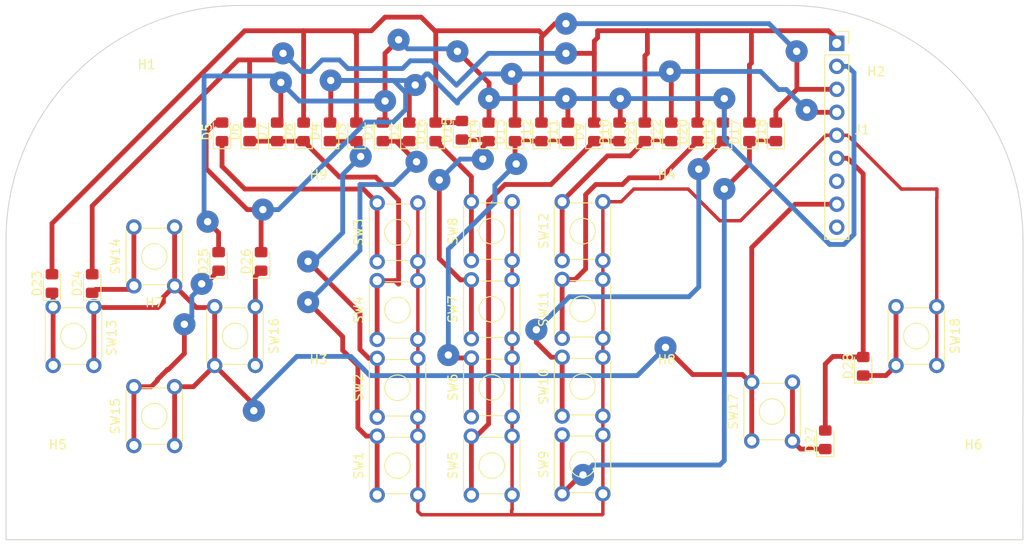
<source format=kicad_pcb>
(kicad_pcb (version 20240108) (generator "pcbnew") (generator_version "8.0")
  (layers (0 "F.Cu" signal) (31 "B.Cu" signal) (34 "B.Paste" user) (35 "F.Paste" user) (36 "B.SilkS" user "B.Silkscreen") (37 "F.SilkS" user "F.Silkscreen") (38 "B.Mask" user) (39 "F.Mask" user) (44 "Edge.Cuts" user))
  (net 0 "")
  (net 1 "/DIN_2")
  (net 2 "/DIN_4")
  (net 3 "/DIN_3")
  (net 4 "/DIN_1")
  (net 5 "Net-(D1-K)")
  (net 6 "Net-(D3-K)")
  (net 7 "Net-(D5-K)")
  (net 8 "/DIN_6")
  (net 9 "/DIN_5")
  (net 10 "Net-(D6-K)")
  (net 11 "Net-(D10-K)")
  (net 12 "Net-(D11-K)")
  (net 13 "Net-(D14-K)")
  (net 14 "Net-(D16-K)")
  (net 15 "Net-(D17-K)")
  (net 16 "Net-(D19-K)")
  (net 17 "Net-(D20-K)")
  (net 18 "Net-(D21-K)")
  (net 19 "Net-(D23-K)")
  (net 20 "Net-(D24-K)")
  (net 21 "Net-(D25-K)")
  (net 22 "Net-(D26-K)")
  (net 23 "Net-(D27-K)")
  (net 24 "Net-(D28-K)")
  (net 27 "/DIN_8")
  (footprint "Diode_SMD:D_0805_2012Metric_Pad1.15x1.40mm_HandSolder" (layer "F.Cu") (at 128.651 85.852 90)
    (property "Reference" "D1")
    (property "Value" "D_Small")
  )
  (footprint "Diode_SMD:D_0805_2012Metric_Pad1.15x1.40mm_HandSolder" (layer "F.Cu") (at 131.572 85.852 90)
    (property "Reference" "D2")
    (property "Value" "D_Small")
  )
  (footprint "Diode_SMD:D_0805_2012Metric_Pad1.15x1.40mm_HandSolder" (layer "F.Cu") (at 122.809 85.852 90)
    (property "Reference" "D4")
    (property "Value" "D_Small")
  )
  (footprint "Diode_SMD:D_0805_2012Metric_Pad1.15x1.40mm_HandSolder" (layer "F.Cu") (at 110.871 85.852 90)
    (property "Reference" "D5")
    (property "Value" "D_Small")
  )
  (footprint "Diode_SMD:D_0805_2012Metric_Pad1.15x1.40mm_HandSolder" (layer "F.Cu") (at 113.919 85.852 90)
    (property "Reference" "D6")
    (property "Value" "D_Small")
  )
  (footprint "Diode_SMD:D_0805_2012Metric_Pad1.15x1.40mm_HandSolder" (layer "F.Cu") (at 116.967 85.852 90)
    (property "Reference" "D7")
    (property "Value" "D_Small")
  )
  (footprint "Diode_SMD:D_0805_2012Metric_Pad1.15x1.40mm_HandSolder" (layer "F.Cu") (at 119.888 85.852 90)
    (property "Reference" "D8")
    (property "Value" "D_Small")
  )
  (footprint "Diode_SMD:D_0805_2012Metric_Pad1.15x1.40mm_HandSolder" (layer "F.Cu") (at 152.019 85.852 90)
    (property "Reference" "D9")
    (property "Value" "D_Small")
  )
  (footprint "Diode_SMD:D_0805_2012Metric_Pad1.15x1.40mm_HandSolder" (layer "F.Cu") (at 154.813 85.852 90)
    (property "Reference" "D10")
    (property "Value" "D_Small")
  )
  (footprint "Diode_SMD:D_0805_2012Metric_Pad1.15x1.40mm_HandSolder" (layer "F.Cu") (at 149.098 85.852 90)
    (property "Reference" "D11")
    (property "Value" "D_Small")
  )
  (footprint "Diode_SMD:D_0805_2012Metric_Pad1.15x1.40mm_HandSolder" (layer "F.Cu") (at 146.177 85.852 90)
    (property "Reference" "D12")
    (property "Value" "D_Small")
  )
  (footprint "Diode_SMD:D_0805_2012Metric_Pad1.15x1.40mm_HandSolder" (layer "F.Cu") (at 143.256 85.852 90)
    (property "Reference" "D13")
    (property "Value" "D_Small")
  )
  (footprint "Diode_SMD:D_0805_2012Metric_Pad1.15x1.40mm_HandSolder" (layer "F.Cu") (at 140.335 85.852 90)
    (property "Reference" "D14")
    (property "Value" "D_Small")
  )
  (footprint "Diode_SMD:D_0805_2012Metric_Pad1.15x1.40mm_HandSolder" (layer "F.Cu") (at 137.384 85.675 90)
    (property "Reference" "D15")
    (property "Value" "D_Small")
  )
  (footprint "Diode_SMD:D_0805_2012Metric_Pad1.15x1.40mm_HandSolder" (layer "F.Cu") (at 134.493 85.852 90)
    (property "Reference" "D16")
    (property "Value" "D_Small")
  )
  (footprint "Diode_SMD:D_0805_2012Metric_Pad1.15x1.40mm_HandSolder" (layer "F.Cu") (at 169.164 85.852 90)
    (property "Reference" "D17")
    (property "Value" "D_Small")
  )
  (footprint "Diode_SMD:D_0805_2012Metric_Pad1.15x1.40mm_HandSolder" (layer "F.Cu") (at 172.085 85.852 90)
    (property "Reference" "D18")
    (property "Value" "D_Small")
  )
  (footprint "Diode_SMD:D_0805_2012Metric_Pad1.15x1.40mm_HandSolder" (layer "F.Cu") (at 166.243 85.852 90)
    (property "Reference" "D19")
    (property "Value" "D_Small")
  )
  (footprint "Diode_SMD:D_0805_2012Metric_Pad1.15x1.40mm_HandSolder" (layer "F.Cu") (at 163.449 85.852 90)
    (property "Reference" "D20")
    (property "Value" "D_Small")
  )
  (footprint "Diode_SMD:D_0805_2012Metric_Pad1.15x1.40mm_HandSolder" (layer "F.Cu") (at 157.607 85.852 90)
    (property "Reference" "D21")
    (property "Value" "D_Small")
  )
  (footprint "Diode_SMD:D_0805_2012Metric_Pad1.15x1.40mm_HandSolder" (layer "F.Cu") (at 160.528 85.852 90)
    (property "Reference" "D22")
    (property "Value" "D_Small")
  )
  (footprint "Connector_PinSocket_2.54mm:PinSocket_1x09_P2.54mm_Vertical" (layer "F.Cu") (at 178.816 76.073)
    (property "Reference" "J1")
    (property "Value" "Conn_01x09")
  )
  (footprint "Button_Switch_THT:SW_TH_Tactile_Omron_B3F-10xx" (layer "F.Cu") (at 128.016 125.984 90)
    (property "Reference" "SW1")
    (property "Value" "SW_AST")
  )
  (footprint "Button_Switch_THT:SW_TH_Tactile_Omron_B3F-10xx" (layer "F.Cu") (at 128.016 117.390332 90)
    (property "Reference" "SW2")
    (property "Value" "SW_7")
  )
  (footprint "Button_Switch_THT:SW_TH_Tactile_Omron_B3F-10xx" (layer "F.Cu") (at 128.016 100.203 90)
    (property "Reference" "SW3")
    (property "Value" "SW_1")
  )
  (footprint "Button_Switch_THT:SW_TH_Tactile_Omron_B3F-10xx" (layer "F.Cu") (at 128.016 108.796666 90)
    (property "Reference" "SW4")
    (property "Value" "SW_4")
  )
  (footprint "Button_Switch_THT:SW_TH_Tactile_Omron_B3F-10xx" (layer "F.Cu") (at 138.43 125.984 90)
    (property "Reference" "SW5")
    (property "Value" "SW_0")
  )
  (footprint "Button_Switch_THT:SW_TH_Tactile_Omron_B3F-10xx" (layer "F.Cu") (at 138.43 117.348 90)
    (property "Reference" "SW6")
    (property "Value" "SW_8")
  )
  (footprint "Button_Switch_THT:SW_TH_Tactile_Omron_B3F-10xx" (layer "F.Cu") (at 138.43 108.712 90)
    (property "Reference" "SW7")
    (property "Value" "SW_5")
  )
  (footprint "Button_Switch_THT:SW_TH_Tactile_Omron_B3F-10xx" (layer "F.Cu") (at 138.43 100.076 90)
    (property "Reference" "SW8")
    (property "Value" "SW_2")
  )
  (footprint "Button_Switch_THT:SW_TH_Tactile_Omron_B3F-10xx" (layer "F.Cu") (at 148.463 125.857 90)
    (property "Reference" "SW9")
    (property "Value" "SW_POUND")
  )
  (footprint "Button_Switch_THT:SW_TH_Tactile_Omron_B3F-10xx" (layer "F.Cu") (at 148.463 117.263332 90)
    (property "Reference" "SW10")
    (property "Value" "SW_9")
  )
  (footprint "Button_Switch_THT:SW_TH_Tactile_Omron_B3F-10xx" (layer "F.Cu") (at 148.463 108.669666 90)
    (property "Reference" "SW11")
    (property "Value" "SW_6")
  )
  (footprint "Button_Switch_THT:SW_TH_Tactile_Omron_B3F-10xx" (layer "F.Cu") (at 148.463 100.076 90)
    (property "Reference" "SW12")
    (property "Value" "SW_3")
  )
  (footprint "Button_Switch_THT:SW_TH_Tactile_Omron_B3F-10xx" (layer "F.Cu") (at 92.202 111.672 90)
    (property "Reference" "SW13")
    (property "Value" "SW_LEFT")
  )
  (footprint "Button_Switch_THT:SW_TH_Tactile_Omron_B3F-10xx" (layer "F.Cu") (at 101.128 102.87 90)
    (property "Reference" "SW14")
    (property "Value" "SW_UP")
  )
  (footprint "Button_Switch_THT:SW_TH_Tactile_Omron_B3F-10xx" (layer "F.Cu") (at 101.128 120.523 90)
    (property "Reference" "SW15")
    (property "Value" "SW_DOWN")
  )
  (footprint "Button_Switch_THT:SW_TH_Tactile_Omron_B3F-10xx" (layer "F.Cu") (at 114.554 105.172 -90)
    (property "Reference" "SW16")
    (property "Value" "SW_RIGHT")
  )
  (footprint "Button_Switch_THT:SW_TH_Tactile_Omron_B3F-10xx" (layer "F.Cu") (at 169.418 120.015 90)
    (property "Reference" "SW17")
    (property "Value" "SW_ARM")
  )
  (footprint "Button_Switch_THT:SW_TH_Tactile_Omron_B3F-10xx" (layer "F.Cu") (at 189.865 105.172 -90)
    (property "Reference" "SW18")
    (property "Value" "SW_FIRE")
  )
  (footprint "Diode_SMD:D_0805_2012Metric_Pad1.15x1.40mm_HandSolder" (layer "F.Cu") (at 92.075 102.616 90)
    (property "Reference" "D23")
    (property "Value" "D_Small")
  )
  (footprint "Diode_SMD:D_0805_2012Metric_Pad1.15x1.40mm_HandSolder" (layer "F.Cu") (at 96.52 102.616 90)
    (property "Reference" "D24")
    (property "Value" "D_Small")
  )
  (footprint "Diode_SMD:D_0805_2012Metric_Pad1.15x1.40mm_HandSolder" (layer "F.Cu") (at 110.49 100.175 90)
    (property "Reference" "D25")
    (property "Value" "D_Small")
  )
  (footprint "Diode_SMD:D_0805_2012Metric_Pad1.15x1.40mm_HandSolder" (layer "F.Cu") (at 115.189 100.175 90)
    (property "Reference" "D26")
    (property "Value" "D_Small")
  )
  (footprint "Diode_SMD:D_0805_2012Metric_Pad1.15x1.40mm_HandSolder" (layer "F.Cu") (at 177.546 119.888 90)
    (property "Reference" "D27")
    (property "Value" "D_Small")
  )
  (footprint "Diode_SMD:D_0805_2012Metric_Pad1.15x1.40mm_HandSolder" (layer "F.Cu") (at 181.737 111.76 90)
    (property "Reference" "D28")
    (property "Value" "D_Small")
  )
  (footprint "MountingHole:MountingHole_2.7mm_M2.5" (layer "F.Cu") (at 103.378 108.422)
    (property "Reference" "H7")
    (property "Value" "MountingHole")
  )
  (footprint "MountingHole:MountingHole_4.3mm_M4" (layer "F.Cu") (at 97.79 82.677)
    (property "Reference" "H1")
    (property "Value" "MountingHole")
  )
  (footprint "MountingHole:MountingHole_4.3mm_M4" (layer "F.Cu") (at 187.833 82.677)
    (property "Reference" "H2")
    (property "Value" "MountingHole")
  )
  (footprint "MountingHole:MountingHole_4.3mm_M4" (layer "F.Cu") (at 121.539 116.332)
    (property "Reference" "H3")
    (property "Value" "MountingHole")
  )
  (footprint "MountingHole:MountingHole_4.3mm_M4" (layer "F.Cu") (at 160.02 95.885)
    (property "Reference" "H4")
    (property "Value" "MountingHole")
  )
  (footprint "MountingHole:MountingHole_4.3mm_M4" (layer "F.Cu") (at 92.71 125.73)
    (property "Reference" "H5")
    (property "Value" "MountingHole")
  )
  (footprint "MountingHole:MountingHole_4.3mm_M4" (layer "F.Cu") (at 193.929 125.73)
    (property "Reference" "H6")
    (property "Value" "MountingHole")
  )
  (footprint "MountingHole:MountingHole_4.3mm_M4" (layer "F.Cu") (at 160.02 116.332)
    (property "Reference" "H8")
    (property "Value" "MountingHole")
  )
  (footprint "MountingHole:MountingHole_4.3mm_M4" (layer "F.Cu") (at 121.539 95.885)
    (property "Reference" "H9")
    (property "Value" "MountingHole")
  )
  (footprint "Diode_SMD:D_0805_2012Metric_Pad1.15x1.40mm_HandSolder" (layer "F.Cu") (at 125.73 85.852 90)
    (property "Reference" "D3")
    (property "Value" "D_Small")
  )
  (gr_arc (start 173.609 71.882) (mid 191.804287 79.468793) (end 199.393626 97.663018) (stroke (width 0.1016)) (layer "Edge.Cuts"))
  (gr_line (start 86.995 130.937) (end 86.994982 97.666626) (stroke (width 0.1016)) (layer "Edge.Cuts"))
  (gr_line (start 199.393626 97.663018) (end 199.39 130.937) (stroke (width 0.1016)) (layer "Edge.Cuts"))
  (gr_line (start 112.776 71.882) (end 173.609 71.882) (stroke (width 0.1016)) (layer "Edge.Cuts"))
  (gr_line (start 199.39 130.937) (end 86.995 130.937) (stroke (width 0.1016)) (layer "Edge.Cuts"))
  (gr_arc (start 86.994982 97.666626) (mid 94.581775 79.471339) (end 112.776 71.882) (stroke (width 0.1016)) (layer "Edge.Cuts"))
  (segment (start 166.384 82.175) (end 166.384 84.686) (width 0.5334) (layer "F.Cu") (net 1))
  (segment (start 110.49 99.15) (end 110.49 96.995932) (width 0.5334) (layer "F.Cu") (net 1))
  (segment (start 149.098 82.389) (end 148.884 82.175) (width 0.5334) (layer "F.Cu") (net 1))
  (segment (start 128.884 84.594) (end 128.651 84.827) (width 0.5334) (layer "F.Cu") (net 1))
  (segment (start 140.384 82.175) (end 140.384 84.778) (width 0.5334) (layer "F.Cu") (net 1))
  (segment (start 149.098 84.827) (end 149.098 82.389) (width 0.5334) (layer "F.Cu") (net 1))
  (segment (start 136.884 76.9523) (end 140.384 80.4523) (width 0.5334) (layer "F.Cu") (net 1))
  (segment (start 128.884 77.175) (end 130.384 75.675) (width 0.5334) (layer "F.Cu") (net 1))
  (segment (start 117.367366 84.426634) (end 116.967 84.827) (width 0.5334) (layer "F.Cu") (net 1))
  (segment (start 140.384 80.4523) (end 140.384 82.175) (width 0.5334) (layer "F.Cu") (net 1))
  (segment (start 117.367366 80.391306) (end 117.367366 84.426634) (width 0.5334) (layer "F.Cu") (net 1))
  (segment (start 110.49 96.995932) (end 109.276534 95.782466) (width 0.5334) (layer "F.Cu") (net 1))
  (segment (start 154.884 84.756) (end 154.813 84.827) (width 0.5334) (layer "F.Cu") (net 1))
  (segment (start 166.384 84.686) (end 166.243 84.827) (width 0.5334) (layer "F.Cu") (net 1))
  (segment (start 140.384 84.778) (end 140.335 84.827) (width 0.5334) (layer "F.Cu") (net 1))
  (segment (start 154.884 82.175) (end 154.884 84.756) (width 0.5334) (layer "F.Cu") (net 1))
  (segment (start 128.884 82.4483) (end 128.884 77.175) (width 0.5334) (layer "F.Cu") (net 1))
  (segment (start 128.884 82.4483) (end 128.884 84.594) (width 0.5334) (layer "F.Cu") (net 1))
  (via (at 166.384 82.175) (size 2.4384) (drill 0.8128) (layers "F.Cu" "B.Cu") (net 1))
  (via (at 117.367366 80.391306) (size 2.4384) (drill 0.8128) (layers "F.Cu" "B.Cu") (net 1))
  (via (at 136.884 76.9523) (size 2.4384) (drill 0.8128) (layers "F.Cu" "B.Cu") (net 1))
  (via (at 140.384 82.175) (size 2.4384) (drill 0.8128) (layers "F.Cu" "B.Cu") (net 1))
  (via (at 148.884 82.175) (size 2.4384) (drill 0.8128) (layers "F.Cu" "B.Cu") (net 1))
  (via (at 109.276534 95.782466) (size 2.4384) (drill 0.8128) (layers "F.Cu" "B.Cu") (net 1))
  (via (at 154.884 82.175) (size 2.4384) (drill 0.8128) (layers "F.Cu" "B.Cu") (net 1))
  (via (at 130.384 75.675) (size 2.4384) (drill 0.8128) (layers "F.Cu" "B.Cu") (net 1))
  (via (at 128.884 82.4483) (size 2.4384) (drill 0.8128) (layers "F.Cu" "B.Cu") (net 1))
  (segment (start 131.384 76.675) (end 136.6067 76.675) (width 0.5334) (layer "B.Cu") (net 1))
  (segment (start 179.604705 98.2971) (end 178.027295 98.2971) (width 0.5334) (layer "B.Cu") (net 1))
  (segment (start 140.384 82.175) (end 148.884 82.175) (width 0.5334) (layer "B.Cu") (net 1))
  (segment (start 109.276534 95.782466) (end 108.884 95.389932) (width 0.5334) (layer "B.Cu") (net 1))
  (segment (start 178.027295 98.2971) (end 166.384 86.653805) (width 0.5334) (layer "B.Cu") (net 1))
  (segment (start 119.42436 82.4483) (end 128.884 82.4483) (width 0.5334) (layer "B.Cu") (net 1))
  (segment (start 108.884 95.389932) (end 108.884 79.675) (width 0.5334) (layer "B.Cu") (net 1))
  (segment (start 166.384 82.175) (end 154.884 82.175) (width 0.5334) (layer "B.Cu") (net 1))
  (segment (start 130.384 75.675) (end 131.384 76.675) (width 0.5334) (layer "B.Cu") (net 1))
  (segment (start 148.884 82.175) (end 154.884 82.175) (width 0.5334) (layer "B.Cu") (net 1))
  (segment (start 117.367366 80.391306) (end 119.42436 82.4483) (width 0.5334) (layer "B.Cu") (net 1))
  (segment (start 178.816 78.613) (end 180.018081 78.613) (width 0.5334) (layer "B.Cu") (net 1))
  (segment (start 180.7201 79.315019) (end 180.7201 97.181705) (width 0.5334) (layer "B.Cu") (net 1))
  (segment (start 180.7201 97.181705) (end 179.604705 98.2971) (width 0.5334) (layer "B.Cu") (net 1))
  (segment (start 108.884 79.675) (end 116.65106 79.675) (width 0.5334) (layer "B.Cu") (net 1))
  (segment (start 180.018081 78.613) (end 180.7201 79.315019) (width 0.5334) (layer "B.Cu") (net 1))
  (segment (start 116.65106 79.675) (end 117.367366 80.391306) (width 0.5334) (layer "B.Cu") (net 1))
  (segment (start 166.384 86.653805) (end 166.384 82.175) (width 0.5334) (layer "B.Cu") (net 1))
  (segment (start 136.6067 76.675) (end 136.884 76.9523) (width 0.5334) (layer "B.Cu") (net 1))
  (segment (start 160.528 79.319) (end 160.384 79.175) (width 0.5334) (layer "F.Cu") (net 2))
  (segment (start 110.171 84.827) (end 110.871 84.827) (width 0.5334) (layer "F.Cu") (net 2))
  (segment (start 109.1169 89.9079) (end 109.1169 85.8811) (width 0.5334) (layer "F.Cu") (net 2))
  (segment (start 115.384 94.4483) (end 113.6573 94.4483) (width 0.5334) (layer "F.Cu") (net 2))
  (segment (start 131.572 81.3227) (end 131.572 84.827) (width 0.5334) (layer "F.Cu") (net 2))
  (segment (start 143.256 84.827) (end 143.256 79.8203) (width 0.5334) (layer "F.Cu") (net 2))
  (segment (start 122.884 80.175) (end 122.884 84.752) (width 0.5334) (layer "F.Cu") (net 2))
  (segment (start 143.256 79.8203) (end 142.884 79.4483) (width 0.5334) (layer "F.Cu") (net 2))
  (segment (start 175.758166 83.693) (end 175.491466 83.4263) (width 0.5334) (layer "F.Cu") (net 2))
  (segment (start 160.528 84.827) (end 160.528 79.319) (width 0.5334) (layer "F.Cu") (net 2))
  (segment (start 115.189 99.15) (end 115.189 94.6433) (width 0.5334) (layer "F.Cu") (net 2))
  (segment (start 113.6573 94.4483) (end 109.1169 89.9079) (width 0.5334) (layer "F.Cu") (net 2))
  (segment (start 115.189 94.6433) (end 115.384 94.4483) (width 0.5334) (layer "F.Cu") (net 2))
  (segment (start 178.816 83.693) (end 175.758166 83.693) (width 0.5334) (layer "F.Cu") (net 2))
  (segment (start 132.2197 80.675) (end 131.572 81.3227) (width 0.5334) (layer "F.Cu") (net 2))
  (segment (start 109.1169 85.8811) (end 110.171 84.827) (width 0.5334) (layer "F.Cu") (net 2))
  (segment (start 122.884 84.752) (end 122.809 84.827) (width 0.5334) (layer "F.Cu") (net 2))
  (via (at 132.2197 80.675) (size 2.4384) (drill 0.8128) (layers "F.Cu" "B.Cu") (net 2))
  (via (at 175.491466 83.4263) (size 2.4384) (drill 0.8128) (layers "F.Cu" "B.Cu") (net 2))
  (via (at 122.884 80.175) (size 2.4384) (drill 0.8128) (layers "F.Cu" "B.Cu") (net 2))
  (via (at 142.884 79.4483) (size 2.4384) (drill 0.8128) (layers "F.Cu" "B.Cu") (net 2))
  (via (at 160.384 79.175) (size 2.4384) (drill 0.8128) (layers "F.Cu" "B.Cu") (net 2))
  (via (at 115.384 94.4483) (size 2.4384) (drill 0.8128) (layers "F.Cu" "B.Cu") (net 2))
  (segment (start 131.1573 83.389932) (end 131.1573 81.506668) (width 0.5334) (layer "B.Cu") (net 2))
  (segment (start 136.884 82.675) (end 133.6573 79.4483) (width 0.5334) (layer "B.Cu") (net 2))
  (segment (start 131.1573 81.506668) (end 129.825632 80.175) (width 0.5334) (layer "B.Cu") (net 2))
  (segment (start 133.4464 79.4483) (end 132.2197 80.675) (width 0.5334) (layer "B.Cu") (net 2))
  (segment (start 133.6573 79.4483) (end 133.4464 79.4483) (width 0.5334) (layer "B.Cu") (net 2))
  (segment (start 160.384 79.175) (end 160.1107 79.4483) (width 0.5334) (layer "B.Cu") (net 2))
  (segment (start 115.384 94.4483) (end 117.1107 94.4483) (width 0.5334) (layer "B.Cu") (net 2))
  (segment (start 136.884 82.460068) (end 139.895768 79.4483) (width 0.5334) (layer "B.Cu") (net 2))
  (segment (start 139.895768 79.4483) (end 142.884 79.4483) (width 0.5334) (layer "B.Cu") (net 2))
  (segment (start 129.778132 84.7691) (end 131.1573 83.389932) (width 0.5334) (layer "B.Cu") (net 2))
  (segment (start 172.384 81.175) (end 170.384 79.175) (width 0.5334) (layer "B.Cu") (net 2))
  (segment (start 175.491466 83.4263) (end 173.240166 81.175) (width 0.5334) (layer "B.Cu") (net 2))
  (segment (start 132.2197 80.675) (end 131.7197 80.175) (width 0.5334) (layer "B.Cu") (net 2))
  (segment (start 129.825632 80.175) (end 122.884 80.175) (width 0.5334) (layer "B.Cu") (net 2))
  (segment (start 131.7197 80.175) (end 122.884 80.175) (width 0.5334) (layer "B.Cu") (net 2))
  (segment (start 117.1107 94.4483) (end 126.7899 84.7691) (width 0.5334) (layer "B.Cu") (net 2))
  (segment (start 160.1107 79.4483) (end 142.884 79.4483) (width 0.5334) (layer "B.Cu") (net 2))
  (segment (start 136.884 82.675) (end 136.884 82.460068) (width 0.5334) (layer "B.Cu") (net 2))
  (segment (start 170.384 79.175) (end 160.384 79.175) (width 0.5334) (layer "B.Cu") (net 2))
  (segment (start 173.240166 81.175) (end 172.384 81.175) (width 0.5334) (layer "B.Cu") (net 2))
  (segment (start 126.7899 84.7691) (end 129.778132 84.7691) (width 0.5334) (layer "B.Cu") (net 2))
  (segment (start 125.73 84.827) (end 125.73 75.025) (width 0.5334) (layer "F.Cu") (net 3))
  (segment (start 113.38 74.679) (end 119.888 74.679) (width 0.5334) (layer "F.Cu") (net 3))
  (segment (start 119.888 74.679) (end 119.888 84.827) (width 0.5334) (layer "F.Cu") (net 3))
  (segment (start 174.406 76.9703) (end 174.384 76.9483) (width 0.5334) (layer "F.Cu") (net 3))
  (segment (start 127.38 74.679) (end 128.884 73.175) (width 0.5334) (layer "F.Cu") (net 3))
  (segment (start 172.085 83.474) (end 172.085 84.827) (width 0.5334) (layer "F.Cu") (net 3))
  (segment (start 134.493 74.788) (end 134.384 74.679) (width 0.5334) (layer "F.Cu") (net 3))
  (segment (start 178.816 81.153) (end 174.406 81.153) (width 0.5334) (layer "F.Cu") (net 3))
  (segment (start 137.207 84.827) (end 137.384 84.65) (width 0.5334) (layer "F.Cu") (net 3))
  (segment (start 134.493 84.827) (end 134.493 74.788) (width 0.5334) (layer "F.Cu") (net 3))
  (segment (start 147.66405 73.89495) (end 146.384 75.175) (width 0.5334) (layer "F.Cu") (net 3))
  (segment (start 174.406 81.153) (end 174.406 76.9703) (width 0.5334) (layer "F.Cu") (net 3))
  (segment (start 128.884 73.175) (end 132.88 73.175) (width 0.5334) (layer "F.Cu") (net 3))
  (segment (start 119.888 74.679) (end 125.384 74.679) (width 0.5334) (layer "F.Cu") (net 3))
  (segment (start 92.075 95.984) (end 113.38 74.679) (width 0.5334) (layer "F.Cu") (net 3))
  (segment (start 125.73 75.025) (end 125.384 74.679) (width 0.5334) (layer "F.Cu") (net 3))
  (segment (start 146.177 75.382) (end 146.177 84.827) (width 0.5334) (layer "F.Cu") (net 3))
  (segment (start 148.884 73.89495) (end 147.66405 73.89495) (width 0.5334) (layer "F.Cu") (net 3))
  (segment (start 146.384 75.175) (end 146.177 75.382) (width 0.5334) (layer "F.Cu") (net 3))
  (segment (start 134.493 84.827) (end 137.207 84.827) (width 0.5334) (layer "F.Cu") (net 3))
  (segment (start 92.075 101.591) (end 92.075 95.984) (width 0.5334) (layer "F.Cu") (net 3))
  (segment (start 125.384 74.679) (end 127.38 74.679) (width 0.5334) (layer "F.Cu") (net 3))
  (segment (start 174.406 81.153) (end 172.085 83.474) (width 0.5334) (layer "F.Cu") (net 3))
  (segment (start 134.384 74.679) (end 145.888 74.679) (width 0.5334) (layer "F.Cu") (net 3))
  (segment (start 145.888 74.679) (end 146.384 75.175) (width 0.5334) (layer "F.Cu") (net 3))
  (segment (start 132.88 73.175) (end 134.493 74.788) (width 0.5334) (layer "F.Cu") (net 3))
  (via (at 174.384 76.9483) (size 2.4384) (drill 0.8128) (layers "F.Cu" "B.Cu") (net 3))
  (via (at 148.884 73.89495) (size 2.4384) (drill 0.8128) (layers "F.Cu" "B.Cu") (net 3))
  (segment (start 171.33065 73.89495) (end 148.884 73.89495) (width 0.5334) (layer "B.Cu") (net 3))
  (segment (start 174.384 76.9483) (end 171.33065 73.89495) (width 0.5334) (layer "B.Cu") (net 3))
  (segment (start 157.607 77.452) (end 157.607 84.827) (width 0.5334) (layer "F.Cu") (net 4))
  (segment (start 169.384 74.675) (end 163.384 74.675) (width 0.5334) (layer "F.Cu") (net 4))
  (segment (start 169.384 78.235) (end 169.164 78.455) (width 0.5334) (layer "F.Cu") (net 4))
  (segment (start 152.384 75.445) (end 152.019 75.81) (width 0.5334) (layer "F.Cu") (net 4))
  (segment (start 163.384 74.675) (end 157.884 74.675) (width 0.5334) (layer "F.Cu") (net 4))
  (segment (start 157.884 74.675) (end 157.884 77.175) (width 0.5334) (layer "F.Cu") (net 4))
  (segment (start 148.884 77.175) (end 152.019 77.175) (width 0.5334) (layer "F.Cu") (net 4))
  (segment (start 163.449 74.74) (end 163.384 74.675) (width 0.5334) (layer "F.Cu") (net 4))
  (segment (start 116.888 77.9017) (end 113.884 77.9017) (width 0.5334) (layer "F.Cu") (net 4))
  (segment (start 152.384 74.675) (end 152.384 75.445) (width 0.5334) (layer "F.Cu") (net 4))
  (segment (start 178.816 75.607) (end 177.884 74.675) (width 0.5334) (layer "F.Cu") (net 4))
  (segment (start 96.52 94.039) (end 96.52 101.591) (width 0.5334) (layer "F.Cu") (net 4))
  (segment (start 169.164 78.455) (end 169.164 84.827) (width 0.5334) (layer "F.Cu") (net 4))
  (segment (start 113.884 77.9017) (end 112.6573 77.9017) (width 0.5334) (layer "F.Cu") (net 4))
  (segment (start 169.384 74.675) (end 169.384 78.235) (width 0.5334) (layer "F.Cu") (net 4))
  (segment (start 178.816 76.073) (end 178.816 75.607) (width 0.5334) (layer "F.Cu") (net 4))
  (segment (start 113.919 84.827) (end 113.919 77.9367) (width 0.5334) (layer "F.Cu") (net 4))
  (segment (start 112.6573 77.9017) (end 96.52 94.039) (width 0.5334) (layer "F.Cu") (net 4))
  (segment (start 113.919 77.9367) (end 113.884 77.9017) (width 0.5334) (layer "F.Cu") (net 4))
  (segment (start 152.019 77.175) (end 152.019 84.827) (width 0.5334) (layer "F.Cu") (net 4))
  (segment (start 157.884 74.675) (end 152.384 74.675) (width 0.5334) (layer "F.Cu") (net 4))
  (segment (start 177.884 74.675) (end 169.384 74.675) (width 0.5334) (layer "F.Cu") (net 4))
  (segment (start 163.449 84.827) (end 163.449 74.74) (width 0.5334) (layer "F.Cu") (net 4))
  (segment (start 157.884 77.175) (end 157.607 77.452) (width 0.5334) (layer "F.Cu") (net 4))
  (segment (start 152.019 75.81) (end 152.019 77.175) (width 0.5334) (layer "F.Cu") (net 4))
  (segment (start 117.6147 77.175) (end 116.888 77.9017) (width 0.5334) (layer "F.Cu") (net 4))
  (via (at 117.6147 77.175) (size 2.4384) (drill 0.8128) (layers "F.Cu" "B.Cu") (net 4))
  (via (at 148.884 77.175) (size 2.4384) (drill 0.8128) (layers "F.Cu" "B.Cu") (net 4))
  (segment (start 130.825568 78.8542) (end 131.683968 77.9958) (width 0.5334) (layer "B.Cu") (net 4))
  (segment (start 117.6147 77.175) (end 119.6147 79.175) (width 0.5334) (layer "B.Cu") (net 4))
  (segment (start 119.6147 79.175) (end 120.669068 79.175) (width 0.5334) (layer "B.Cu") (net 4))
  (segment (start 131.683968 77.9958) (end 134.072694 77.9958) (width 0.5334) (layer "B.Cu") (net 4))
  (segment (start 140.301174 77.175) (end 148.884 77.175) (width 0.5334) (layer "B.Cu") (net 4))
  (segment (start 136.776534 80.69964) (end 140.301174 77.175) (width 0.5334) (layer "B.Cu") (net 4))
  (segment (start 120.669068 79.175) (end 121.942368 77.9017) (width 0.5334) (layer "B.Cu") (net 4))
  (segment (start 123.825632 77.9017) (end 124.778132 78.8542) (width 0.5334) (layer "B.Cu") (net 4))
  (segment (start 124.778132 78.8542) (end 130.825568 78.8542) (width 0.5334) (layer "B.Cu") (net 4))
  (segment (start 134.072694 77.9958) (end 136.776534 80.69964) (width 0.5334) (layer "B.Cu") (net 4))
  (segment (start 121.942368 77.9017) (end 123.825632 77.9017) (width 0.5334) (layer "B.Cu") (net 4))
  (segment (start 126.813919 119.484) (end 125.884 118.554081) (width 0.5334) (layer "F.Cu") (net 5))
  (segment (start 125.884 111.675) (end 124.2057 109.9967) (width 0.5334) (layer "F.Cu") (net 5))
  (segment (start 132.365072 89.159857) (end 130.082215 86.877) (width 0.5334) (layer "F.Cu") (net 5))
  (segment (start 128.016 125.984) (end 128.016 119.484) (width 0.5334) (layer "F.Cu") (net 5))
  (segment (start 131.572 86.877) (end 128.651 86.877) (width 0.5334) (layer "F.Cu") (net 5))
  (segment (start 125.884 118.554081) (end 125.884 111.675) (width 0.5334) (layer "F.Cu") (net 5))
  (segment (start 130.082215 86.877) (end 128.651 86.877) (width 0.5334) (layer "F.Cu") (net 5))
  (segment (start 124.2057 109.9967) (end 124.2057 108.4967) (width 0.5334) (layer "F.Cu") (net 5))
  (segment (start 128.016 119.484) (end 126.813919 119.484) (width 0.5334) (layer "F.Cu") (net 5))
  (segment (start 124.2057 108.4967) (end 120.384 104.675) (width 0.5334) (layer "F.Cu") (net 5))
  (via (at 132.365072 89.159857) (size 2.4384) (drill 0.8128) (layers "F.Cu" "B.Cu") (net 5))
  (via (at 120.384 104.675) (size 2.4384) (drill 0.8128) (layers "F.Cu" "B.Cu") (net 5))
  (segment (start 126.1119 98.9471) (end 120.384 104.675) (width 0.5334) (layer "B.Cu") (net 5))
  (segment (start 132.365072 89.159857) (end 129.849929 91.675) (width 0.5334) (layer "B.Cu") (net 5))
  (segment (start 126.1119 91.675) (end 126.1119 98.9471) (width 0.5334) (layer "B.Cu") (net 5))
  (segment (start 129.849929 91.675) (end 126.1119 91.675) (width 0.5334) (layer "B.Cu") (net 5))
  (segment (start 122.809 86.877) (end 125.73 86.877) (width 0.5334) (layer "F.Cu") (net 6))
  (segment (start 126.1119 105.9029) (end 126.1119 109.9029) (width 0.5334) (layer "F.Cu") (net 6))
  (segment (start 120.384 100.175) (end 126.1119 105.9029) (width 0.5334) (layer "F.Cu") (net 6))
  (segment (start 128.016 117.390332) (end 128.016 110.890332) (width 0.5334) (layer "F.Cu") (net 6))
  (segment (start 125.73 88.11787) (end 126.193031 88.580901) (width 0.5334) (layer "F.Cu") (net 6))
  (segment (start 125.73 86.877) (end 125.73 88.11787) (width 0.5334) (layer "F.Cu") (net 6))
  (segment (start 126.1119 109.9029) (end 127.099332 110.890332) (width 0.5334) (layer "F.Cu") (net 6))
  (segment (start 127.099332 110.890332) (end 128.016 110.890332) (width 0.5334) (layer "F.Cu") (net 6))
  (via (at 126.193031 88.580901) (size 2.4384) (drill 0.8128) (layers "F.Cu" "B.Cu") (net 6))
  (via (at 120.384 100.175) (size 2.4384) (drill 0.8128) (layers "F.Cu" "B.Cu") (net 6))
  (segment (start 124.2057 96.989583) (end 121.020283 100.175) (width 0.5334) (layer "B.Cu") (net 6))
  (segment (start 124.2057 90.568232) (end 124.2057 96.989583) (width 0.5334) (layer "B.Cu") (net 6))
  (segment (start 121.020283 100.175) (end 120.384 100.175) (width 0.5334) (layer "B.Cu") (net 6))
  (segment (start 126.193031 88.580901) (end 124.2057 90.568232) (width 0.5334) (layer "B.Cu") (net 6))
  (segment (start 126.488 92.175) (end 113.384 92.175) (width 0.5334) (layer "F.Cu") (net 7))
  (segment (start 128.016 100.203) (end 128.016 93.703) (width 0.5334) (layer "F.Cu") (net 7))
  (segment (start 128.016 93.703) (end 126.488 92.175) (width 0.5334) (layer "F.Cu") (net 7))
  (segment (start 113.384 92.175) (end 110.871 89.662) (width 0.5334) (layer "F.Cu") (net 7))
  (segment (start 110.871 89.662) (end 110.871 86.877) (width 0.5334) (layer "F.Cu") (net 7))
  (segment (start 180.018081 88.773) (end 178.816 88.773) (width 0.5334) (layer "F.Cu") (net 8))
  (segment (start 181.737 110.735) (end 181.737 90.491919) (width 0.5334) (layer "F.Cu") (net 8))
  (segment (start 178.384 110.675) (end 179.384 110.675) (width 0.5334) (layer "F.Cu") (net 8))
  (segment (start 181.737 90.491919) (end 180.018081 88.773) (width 0.5334) (layer "F.Cu") (net 8))
  (segment (start 177.546 111.513) (end 178.384 110.675) (width 0.5334) (layer "F.Cu") (net 8))
  (segment (start 179.444 110.735) (end 181.737 110.735) (width 0.5334) (layer "F.Cu") (net 8))
  (segment (start 177.546 118.863) (end 177.546 111.513) (width 0.5334) (layer "F.Cu") (net 8))
  (segment (start 179.384 110.675) (end 179.444 110.735) (width 0.5334) (layer "F.Cu") (net 8))
  (segment (start 189.865 93.194) (end 189.865 105.172) (width 0.381) (layer "F.Cu") (net 9))
  (segment (start 142.93 127.629) (end 142.93 125.984) (width 0.381) (layer "F.Cu") (net 9))
  (segment (start 132.516 108.796666) (end 132.516 102.296666) (width 0.381) (layer "F.Cu") (net 9))
  (segment (start 132.516 110.890332) (end 132.516 108.796666) (width 0.381) (layer "F.Cu") (net 9))
  (segment (start 142.93 117.348) (end 142.93 110.848) (width 0.381) (layer "F.Cu") (net 9))
  (segment (start 152.963 100.076) (end 152.963 93.576) (width 0.381) (layer "F.Cu") (net 9))
  (segment (start 132.516 102.296666) (end 132.516 100.203) (width 0.381) (layer "F.Cu") (net 9))
  (segment (start 178.816 86.233) (end 180.018081 86.233) (width 0.381) (layer "F.Cu") (net 9))
  (segment (start 152.963 128.096) (end 152.963 125.857) (width 0.381) (layer "F.Cu") (net 9))
  (segment (start 152.963 117.263332) (end 152.963 110.763332) (width 0.381) (layer "F.Cu") (net 9))
  (segment (start 132.516 119.484) (end 132.516 117.390332) (width 0.381) (layer "F.Cu") (net 9))
  (segment (start 152.963 119.357) (end 152.963 117.263332) (width 0.381) (layer "F.Cu") (net 9))
  (segment (start 189.865 105.172) (end 189.865 111.672) (width 0.381) (layer "F.Cu") (net 9))
  (segment (start 156.384 92.175) (end 162.384 92.175) (width 0.381) (layer "F.Cu") (net 9))
  (segment (start 152.884 128.175) (end 152.963 128.096) (width 0.381) (layer "F.Cu") (net 9))
  (segment (start 165.884 95.675) (end 168.171919 95.675) (width 0.381) (layer "F.Cu") (net 9))
  (segment (start 142.93 119.484) (end 142.93 117.348) (width 0.381) (layer "F.Cu") (net 9))
  (segment (start 132.884 128.175) (end 142.884 128.175) (width 0.381) (layer "F.Cu") (net 9))
  (segment (start 142.884 128.175) (end 142.884 127.675) (width 0.381) (layer "F.Cu") (net 9))
  (segment (start 142.93 102.212) (end 142.93 100.076) (width 0.381) (layer "F.Cu") (net 9))
  (segment (start 142.884 128.175) (end 152.884 128.175) (width 0.381) (layer "F.Cu") (net 9))
  (segment (start 180.018081 86.233) (end 185.960081 92.175) (width 0.381) (layer "F.Cu") (net 9))
  (segment (start 152.963 102.169666) (end 152.963 100.076) (width 0.381) (layer "F.Cu") (net 9))
  (segment (start 132.516 125.984) (end 132.516 119.484) (width 0.381) (layer "F.Cu") (net 9))
  (segment (start 132.516 117.390332) (end 132.516 110.890332) (width 0.381) (layer "F.Cu") (net 9))
  (segment (start 132.516 127.807) (end 132.884 128.175) (width 0.381) (layer "F.Cu") (net 9))
  (segment (start 152.963 110.763332) (end 152.963 108.669666) (width 0.381) (layer "F.Cu") (net 9))
  (segment (start 132.516 100.203) (end 132.516 93.703) (width 0.381) (layer "F.Cu") (net 9))
  (segment (start 142.93 125.984) (end 142.93 119.484) (width 0.381) (layer "F.Cu") (net 9))
  (segment (start 142.884 127.675) (end 142.93 127.629) (width 0.381) (layer "F.Cu") (net 9))
  (segment (start 152.963 93.576) (end 154.983 93.576) (width 0.381) (layer "F.Cu") (net 9))
  (segment (start 142.93 93.576) (end 142.93 100.076) (width 0.381) (layer "F.Cu") (net 9))
  (segment (start 185.960081 92.175) (end 189.884 92.175) (width 0.381) (layer "F.Cu") (net 9))
  (segment (start 154.983 93.576) (end 156.384 92.175) (width 0.381) (layer "F.Cu") (net 9))
  (segment (start 152.963 125.857) (end 152.963 119.357) (width 0.381) (layer "F.Cu") (net 9))
  (segment (start 189.884 92.175) (end 189.884 93.175) (width 0.381) (layer "F.Cu") (net 9))
  (segment (start 177.613919 86.233) (end 178.816 86.233) (width 0.381) (layer "F.Cu") (net 9))
  (segment (start 142.93 110.848) (end 142.93 108.712) (width 0.381) (layer "F.Cu") (net 9))
  (segment (start 189.884 93.175) (end 189.865 93.194) (width 0.381) (layer "F.Cu") (net 9))
  (segment (start 152.963 108.669666) (end 152.963 102.169666) (width 0.381) (layer "F.Cu") (net 9))
  (segment (start 168.171919 95.675) (end 177.613919 86.233) (width 0.381) (layer "F.Cu") (net 9))
  (segment (start 142.93 108.712) (end 142.93 102.212) (width 0.381) (layer "F.Cu") (net 9))
  (segment (start 162.384 92.175) (end 165.884 95.675) (width 0.381) (layer "F.Cu") (net 9))
  (segment (start 132.516 125.984) (end 132.516 127.807) (width 0.381) (layer "F.Cu") (net 9))
  (segment (start 128.016 108.796666) (end 128.016 102.296666) (width 0.5334) (layer "F.Cu") (net 10))
  (segment (start 130.384 102.675) (end 130.005666 102.296666) (width 0.5334) (layer "F.Cu") (net 10))
  (segment (start 116.967 86.877) (end 119.888 86.877) (width 0.5334) (layer "F.Cu") (net 10))
  (segment (start 113.919 86.877) (end 116.967 86.877) (width 0.5334) (layer "F.Cu") (net 10))
  (segment (start 127.860005 90.8542) (end 130.384 93.378195) (width 0.5334) (layer "F.Cu") (net 10))
  (segment (start 123.8652 90.8542) (end 127.860005 90.8542) (width 0.5334) (layer "F.Cu") (net 10))
  (segment (start 130.005666 102.296666) (end 128.016 102.296666) (width 0.5334) (layer "F.Cu") (net 10))
  (segment (start 130.384 93.378195) (end 130.384 102.675) (width 0.5334) (layer "F.Cu") (net 10))
  (segment (start 119.888 86.877) (end 123.8652 90.8542) (width 0.5334) (layer "F.Cu") (net 10))
  (segment (start 140.3341 93.479095) (end 140.3341 118.136705) (width 0.5334) (layer "F.Cu") (net 11))
  (segment (start 138.43 125.984) (end 138.43 119.484) (width 0.5334) (layer "F.Cu") (net 11))
  (segment (start 152.019 86.877) (end 147.2241 91.6719) (width 0.5334) (layer "F.Cu") (net 11))
  (segment (start 147.2241 91.6719) (end 142.141295 91.6719) (width 0.5334) (layer "F.Cu") (net 11))
  (segment (start 154.813 86.877) (end 152.019 86.877) (width 0.5334) (layer "F.Cu") (net 11))
  (segment (start 142.141295 91.6719) (end 140.3341 93.479095) (width 0.5334) (layer "F.Cu") (net 11))
  (segment (start 138.986805 119.484) (end 138.43 119.484) (width 0.5334) (layer "F.Cu") (net 11))
  (segment (start 140.3341 118.136705) (end 138.986805 119.484) (width 0.5334) (layer "F.Cu") (net 11))
  (segment (start 136.210868 110.848) (end 138.43 110.848) (width 0.5334) (layer "F.Cu") (net 12))
  (segment (start 135.884 110.521132) (end 136.210868 110.848) (width 0.5334) (layer "F.Cu") (net 12))
  (segment (start 138.43 117.348) (end 138.43 110.848) (width 0.5334) (layer "F.Cu") (net 12))
  (segment (start 143.256 89.2706) (end 143.256 86.877) (width 0.5334) (layer "F.Cu") (net 12))
  (segment (start 143.256 86.877) (end 149.098 86.877) (width 0.5334) (layer "F.Cu") (net 12))
  (segment (start 143.384 89.3986) (end 143.256 89.2706) (width 0.5334) (layer "F.Cu") (net 12))
  (via (at 135.884 110.521132) (size 2.4384) (drill 0.8128) (layers "F.Cu" "B.Cu") (net 12))
  (via (at 143.384 89.3986) (size 2.4384) (drill 0.8128) (layers "F.Cu" "B.Cu") (net 12))
  (segment (start 143.384 89.3986) (end 141.0259 91.7567) (width 0.5334) (layer "B.Cu") (net 12))
  (segment (start 141.0259 93.672905) (end 135.884 98.814805) (width 0.5334) (layer "B.Cu") (net 12))
  (segment (start 135.884 98.814805) (end 135.884 110.521132) (width 0.5334) (layer "B.Cu") (net 12))
  (segment (start 141.0259 91.7567) (end 141.0259 93.672905) (width 0.5334) (layer "B.Cu") (net 12))
  (segment (start 137.384 86.7) (end 140.158 86.7) (width 0.5334) (layer "F.Cu") (net 13))
  (segment (start 137.227919 102.212) (end 134.884 99.868081) (width 0.5334) (layer "F.Cu") (net 13))
  (segment (start 139.694966 88.864034) (end 139.694966 87.517034) (width 0.5334) (layer "F.Cu") (net 13))
  (segment (start 138.43 108.712) (end 138.43 102.212) (width 0.5334) (layer "F.Cu") (net 13))
  (segment (start 138.43 102.212) (end 137.227919 102.212) (width 0.5334) (layer "F.Cu") (net 13))
  (segment (start 139.694966 87.517034) (end 140.335 86.877) (width 0.5334) (layer "F.Cu") (net 13))
  (segment (start 140.158 86.7) (end 140.335 86.877) (width 0.5334) (layer "F.Cu") (net 13))
  (segment (start 134.884 99.868081) (end 134.884 91.175) (width 0.5334) (layer "F.Cu") (net 13))
  (via (at 134.884 91.175) (size 2.4384) (drill 0.8128) (layers "F.Cu" "B.Cu") (net 13))
  (via (at 139.694966 88.864034) (size 2.4384) (drill 0.8128) (layers "F.Cu" "B.Cu") (net 13))
  (segment (start 134.884 91.175) (end 137.194966 88.864034) (width 0.5334) (layer "B.Cu") (net 13))
  (segment (start 137.194966 88.864034) (end 139.694966 88.864034) (width 0.5334) (layer "B.Cu") (net 13))
  (segment (start 138.43 93.576) (end 138.43 90.814) (width 0.5334) (layer "F.Cu") (net 14))
  (segment (start 138.43 90.814) (end 134.493 86.877) (width 0.5334) (layer "F.Cu") (net 14))
  (segment (start 138.43 93.576) (end 138.43 100.076) (width 0.5334) (layer "F.Cu") (net 14))
  (segment (start 148.463 125.857) (end 148.463 119.357) (width 0.5334) (layer "F.Cu") (net 15))
  (segment (start 169.164 89.395) (end 166.384 92.175) (width 0.5334) (layer "F.Cu") (net 15))
  (segment (start 150.7659 123.774316) (end 150.545684 123.774316) (width 0.5334) (layer "F.Cu") (net 15))
  (segment (start 172.085 86.877) (end 169.164 86.877) (width 0.5334) (layer "F.Cu") (net 15))
  (segment (start 169.164 86.877) (end 169.164 89.395) (width 0.5334) (layer "F.Cu") (net 15))
  (segment (start 150.545684 123.774316) (end 148.463 125.857) (width 0.5334) (layer "F.Cu") (net 15))
  (via (at 150.7659 123.774316) (size 2.4384) (drill 0.8128) (layers "F.Cu" "B.Cu") (net 15))
  (via (at 166.384 92.175) (size 2.4384) (drill 0.8128) (layers "F.Cu" "B.Cu") (net 15))
  (segment (start 166.384 122.175) (end 165.884 122.675) (width 0.5334) (layer "B.Cu") (net 15))
  (segment (start 165.884 122.675) (end 151.865216 122.675) (width 0.5334) (layer "B.Cu") (net 15))
  (segment (start 166.384 92.175) (end 166.384 122.175) (width 0.5334) (layer "B.Cu") (net 15))
  (segment (start 151.865216 122.675) (end 150.7659 123.774316) (width 0.5334) (layer "B.Cu") (net 15))
  (segment (start 166.243 86.877) (end 163.6645 89.4555) (width 0.5334) (layer "F.Cu") (net 16))
  (segment (start 145.609686 109.112099) (end 147.260919 110.763332) (width 0.5334) (layer "F.Cu") (net 16))
  (segment (start 163.6645 89.4555) (end 163.563031 89.556969) (width 0.5334) (layer "F.Cu") (net 16))
  (segment (start 147.260919 110.763332) (end 148.463 110.763332) (width 0.5334) (layer "F.Cu") (net 16))
  (segment (start 163.563031 89.556969) (end 163.563031 89.977901) (width 0.5334) (layer "F.Cu") (net 16))
  (segment (start 145.609686 107.722322) (end 145.609686 109.112099) (width 0.5334) (layer "F.Cu") (net 16))
  (segment (start 148.463 117.263332) (end 148.463 110.763332) (width 0.5334) (layer "F.Cu") (net 16))
  (via (at 145.609686 107.722322) (size 2.4384) (drill 0.8128) (layers "F.Cu" "B.Cu") (net 16))
  (via (at 163.563031 89.977901) (size 2.4384) (drill 0.8128) (layers "F.Cu" "B.Cu") (net 16))
  (segment (start 162.485234 104.073766) (end 149.258242 104.073766) (width 0.5334) (layer "B.Cu") (net 16))
  (segment (start 163.563031 89.977901) (end 163.563031 102.995969) (width 0.5334) (layer "B.Cu") (net 16))
  (segment (start 149.258242 104.073766) (end 145.609686 107.722322) (width 0.5334) (layer "B.Cu") (net 16))
  (segment (start 163.563031 102.995969) (end 162.485234 104.073766) (width 0.5334) (layer "B.Cu") (net 16))
  (segment (start 151.0589 92.787295) (end 151.0589 101.0001) (width 0.5334) (layer "F.Cu") (net 17))
  (segment (start 155.86847 90.9304) (end 155.12697 91.6719) (width 0.5334) (layer "F.Cu") (net 17))
  (segment (start 163.449 86.877) (end 159.3956 90.9304) (width 0.5334) (layer "F.Cu") (net 17))
  (segment (start 148.463 108.669666) (end 148.463 102.169666) (width 0.5334) (layer "F.Cu") (net 17))
  (segment (start 159.3956 90.9304) (end 155.86847 90.9304) (width 0.5334) (layer "F.Cu") (net 17))
  (segment (start 152.174295 91.6719) (end 151.0589 92.787295) (width 0.5334) (layer "F.Cu") (net 17))
  (segment (start 151.0589 101.0001) (end 149.889334 102.169666) (width 0.5334) (layer "F.Cu") (net 17))
  (segment (start 155.12697 91.6719) (end 152.174295 91.6719) (width 0.5334) (layer "F.Cu") (net 17))
  (segment (start 149.889334 102.169666) (end 148.463 102.169666) (width 0.5334) (layer "F.Cu") (net 17))
  (segment (start 148.463 93.576) (end 148.463 100.076) (width 0.5334) (layer "F.Cu") (net 18))
  (segment (start 148.463 93.576) (end 148.463 93.515302) (width 0.5334) (layer "F.Cu") (net 18))
  (segment (start 155.9779 88.5061) (end 157.607 86.877) (width 0.5334) (layer "F.Cu") (net 18))
  (segment (start 153.472202 88.5061) (end 155.9779 88.5061) (width 0.5334) (layer "F.Cu") (net 18))
  (segment (start 160.528 86.877) (end 157.607 86.877) (width 0.5334) (layer "F.Cu") (net 18))
  (segment (start 148.463 93.515302) (end 153.472202 88.5061) (width 0.5334) (layer "F.Cu") (net 18))
  (segment (start 92.202 105.172) (end 92.202 103.768) (width 0.5334) (layer "F.Cu") (net 19))
  (segment (start 92.202 111.672) (end 92.202 105.172) (width 0.5334) (layer "F.Cu") (net 19))
  (segment (start 92.202 103.768) (end 92.075 103.641) (width 0.5334) (layer "F.Cu") (net 19))
  (segment (start 101.128 102.87) (end 100.7301 103.2679) (width 0.5334) (layer "F.Cu") (net 20))
  (segment (start 101.128 102.87) (end 101.128 96.37) (width 0.5334) (layer "F.Cu") (net 20))
  (segment (start 100.7301 103.2679) (end 96.8931 103.2679) (width 0.5334) (layer "F.Cu") (net 20))
  (segment (start 104.839295 112.1189) (end 104.9401 112.1189) (width 0.5334) (layer "F.Cu") (net 21))
  (segment (start 106.705725 110.353275) (end 106.705725 107.119213) (width 0.5334) (layer "F.Cu") (net 21))
  (segment (start 108.621118 102.648186) (end 109.041814 102.648186) (width 0.5334) (layer "F.Cu") (net 21))
  (segment (start 103.036 114.023) (end 103.7239 113.3351) (width 0.5334) (layer "F.Cu") (net 21))
  (segment (start 101.128 120.523) (end 101.128 114.023) (width 0.5334) (layer "F.Cu") (net 21))
  (segment (start 103.7239 113.3351) (end 103.7239 113.234295) (width 0.5334) (layer "F.Cu") (net 21))
  (segment (start 104.9401 112.1189) (end 106.705725 110.353275) (width 0.5334) (layer "F.Cu") (net 21))
  (segment (start 101.128 114.023) (end 103.036 114.023) (width 0.5334) (layer "F.Cu") (net 21))
  (segment (start 109.041814 102.648186) (end 110.49 101.2) (width 0.5334) (layer "F.Cu") (net 21))
  (segment (start 103.7239 113.234295) (end 104.839295 112.1189) (width 0.5334) (layer "F.Cu") (net 21))
  (via (at 106.705725 107.119213) (size 2.4384) (drill 0.8128) (layers "F.Cu" "B.Cu") (net 21))
  (via (at 108.621118 102.648186) (size 2.4384) (drill 0.8128) (layers "F.Cu" "B.Cu") (net 21))
  (segment (start 107.5321 106.292838) (end 107.5321 104.0269) (width 0.5334) (layer "B.Cu") (net 21))
  (segment (start 108.621118 102.937882) (end 108.621118 102.648186) (width 0.5334) (layer "B.Cu") (net 21))
  (segment (start 106.705725 107.119213) (end 107.5321 106.292838) (width 0.5334) (layer "B.Cu") (net 21))
  (segment (start 107.5321 104.0269) (end 108.621118 102.937882) (width 0.5334) (layer "B.Cu") (net 21))
  (segment (start 114.554 105.172) (end 114.554 101.835) (width 0.5334) (layer "F.Cu") (net 22))
  (segment (start 114.554 111.672) (end 114.554 105.172) (width 0.5334) (layer "F.Cu") (net 22))
  (segment (start 114.554 101.835) (end 115.189 101.2) (width 0.5334) (layer "F.Cu") (net 22))
  (segment (start 174.816 120.913) (end 173.918 120.015) (width 0.5334) (layer "F.Cu") (net 23))
  (segment (start 177.546 120.913) (end 174.816 120.913) (width 0.5334) (layer "F.Cu") (net 23))
  (segment (start 173.918 113.515) (end 173.918 120.015) (width 0.5334) (layer "F.Cu") (net 23))
  (segment (start 185.365 105.172) (end 185.365 111.672) (width 0.5334) (layer "F.Cu") (net 24))
  (segment (start 184.252 112.785) (end 181.737 112.785) (width 0.5334) (layer "F.Cu") (net 24))
  (segment (start 185.365 111.672) (end 184.252 112.785) (width 0.5334) (layer "F.Cu") (net 24))
  (segment (start 104.384 104.675) (end 103.7889 105.2701) (width 0.5334) (layer "F.Cu") (net 27))
  (segment (start 169.418 120.015) (end 169.418 113.515) (width 0.5334) (layer "F.Cu") (net 27))
  (segment (start 168.384 112.675) (end 169.224 113.515) (width 0.5334) (layer "F.Cu") (net 27))
  (segment (start 105.628 120.523) (end 105.628 114.023) (width 0.5334) (layer "F.Cu") (net 27))
  (segment (start 169.418 98.641) (end 174.206 93.853) (width 0.5334) (layer "F.Cu") (net 27))
  (segment (start 169.224 113.515) (end 169.418 113.515) (width 0.5334) (layer "F.Cu") (net 27))
  (segment (start 103.7889 105.2701) (end 96.702 105.2701) (width 0.5334) (layer "F.Cu") (net 27))
  (segment (start 174.206 93.853) (end 178.816 93.853) (width 0.5334) (layer "F.Cu") (net 27))
  (segment (start 105.628 102.87) (end 108.0281 105.2701) (width 0.5334) (layer "F.Cu") (net 27))
  (segment (start 169.418 113.515) (end 169.418 98.641) (width 0.5334) (layer "F.Cu") (net 27))
  (segment (start 105.628 96.37) (end 105.628 102.87) (width 0.5334) (layer "F.Cu") (net 27))
  (segment (start 159.884 109.675) (end 162.884 112.675) (width 0.5334) (layer "F.Cu") (net 27))
  (segment (start 105.628 102.87) (end 104.384 104.114) (width 0.5334) (layer "F.Cu") (net 27))
  (segment (start 104.384 104.114) (end 104.384 104.675) (width 0.5334) (layer "F.Cu") (net 27))
  (segment (start 114.384 116.002) (end 110.054 111.672) (width 0.5334) (layer "F.Cu") (net 27))
  (segment (start 105.628 114.023) (end 107.703 114.023) (width 0.5334) (layer "F.Cu") (net 27))
  (segment (start 162.884 112.675) (end 168.384 112.675) (width 0.5334) (layer "F.Cu") (net 27))
  (segment (start 107.703 114.023) (end 110.054 111.672) (width 0.5334) (layer "F.Cu") (net 27))
  (segment (start 114.384 116.675) (end 114.384 116.002) (width 0.5334) (layer "F.Cu") (net 27))
  (segment (start 108.0281 105.2701) (end 110.054 105.2701) (width 0.5334) (layer "F.Cu") (net 27))
  (segment (start 110.054 111.672) (end 110.054 105.2701) (width 0.5334) (layer "F.Cu") (net 27))
  (segment (start 96.702 111.672) (end 96.702 105.2701) (width 0.5334) (layer "F.Cu") (net 27))
  (via (at 114.384 116.675) (size 2.4384) (drill 0.8128) (layers "F.Cu" "B.Cu") (net 27))
  (via (at 159.884 109.675) (size 2.4384) (drill 0.8128) (layers "F.Cu" "B.Cu") (net 27))
  (segment (start 127.227295 112.794432) (end 125.107863 110.675) (width 0.5334) (layer "B.Cu") (net 27))
  (segment (start 119.134 110.675) (end 114.384 115.425) (width 0.5334) (layer "B.Cu") (net 27))
  (segment (start 156.764568 112.794432) (end 127.227295 112.794432) (width 0.5334) (layer "B.Cu") (net 27))
  (segment (start 125.107863 110.675) (end 119.134 110.675) (width 0.5334) (layer "B.Cu") (net 27))
  (segment (start 114.384 115.425) (end 114.384 116.675) (width 0.5334) (layer "B.Cu") (net 27))
  (segment (start 159.884 109.675) (end 156.764568 112.794432) (width 0.5334) (layer "B.Cu") (net 27))
)
</source>
